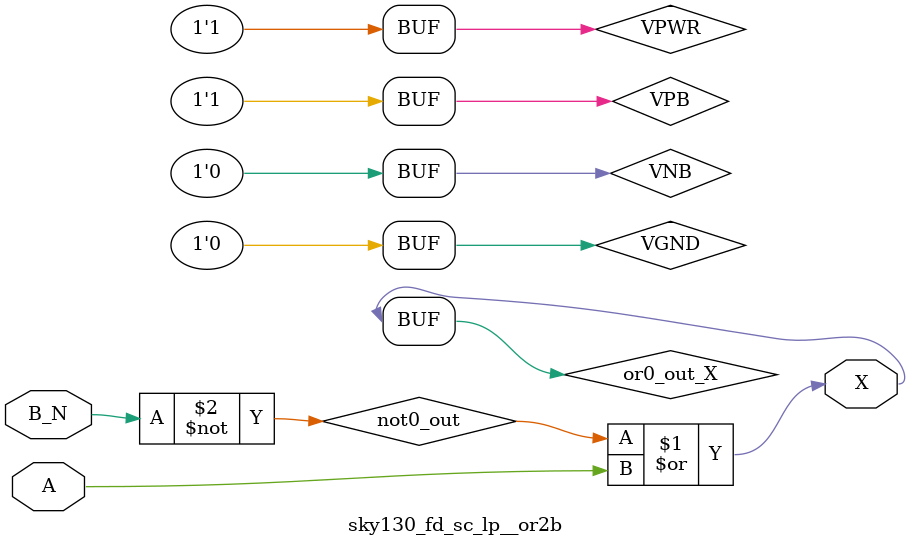
<source format=v>
/*
 * Copyright 2020 The SkyWater PDK Authors
 *
 * Licensed under the Apache License, Version 2.0 (the "License");
 * you may not use this file except in compliance with the License.
 * You may obtain a copy of the License at
 *
 *     https://www.apache.org/licenses/LICENSE-2.0
 *
 * Unless required by applicable law or agreed to in writing, software
 * distributed under the License is distributed on an "AS IS" BASIS,
 * WITHOUT WARRANTIES OR CONDITIONS OF ANY KIND, either express or implied.
 * See the License for the specific language governing permissions and
 * limitations under the License.
 *
 * SPDX-License-Identifier: Apache-2.0
*/


`ifndef SKY130_FD_SC_LP__OR2B_TIMING_V
`define SKY130_FD_SC_LP__OR2B_TIMING_V

/**
 * or2b: 2-input OR, first input inverted.
 *
 * Verilog simulation timing model.
 */

`timescale 1ns / 1ps
`default_nettype none

`celldefine
module sky130_fd_sc_lp__or2b (
    X  ,
    A  ,
    B_N
);

    // Module ports
    output X  ;
    input  A  ;
    input  B_N;

    // Module supplies
    supply1 VPWR;
    supply0 VGND;
    supply1 VPB ;
    supply0 VNB ;

    // Local signals
    wire not0_out ;
    wire or0_out_X;

    //  Name  Output     Other arguments
    not not0 (not0_out , B_N            );
    or  or0  (or0_out_X, not0_out, A    );
    buf buf0 (X        , or0_out_X      );

endmodule
`endcelldefine

`default_nettype wire
`endif  // SKY130_FD_SC_LP__OR2B_TIMING_V

</source>
